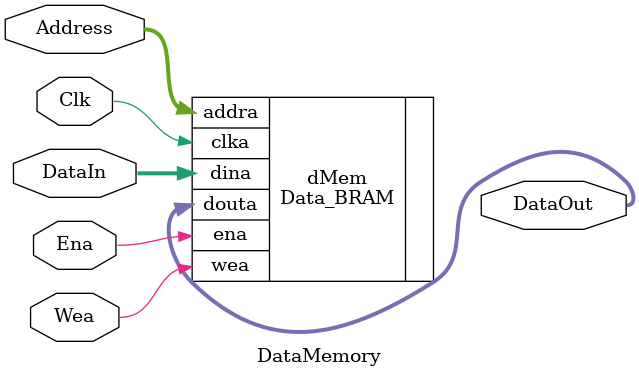
<source format=v>
`timescale 1ns / 1ps
module DataMemory(DataOut, DataIn, Address, Clk, Ena, Wea);
output[31:0] DataOut;
input[31:0] DataIn;
input[11:0] Address;
input Clk, Ena, Wea;

Data_BRAM dMem(
  .clka(Clk),
  .ena(Ena),
  .wea(Wea),
  .addra(Address),
  .dina(DataIn),
  .douta(DataOut)
);

endmodule

</source>
